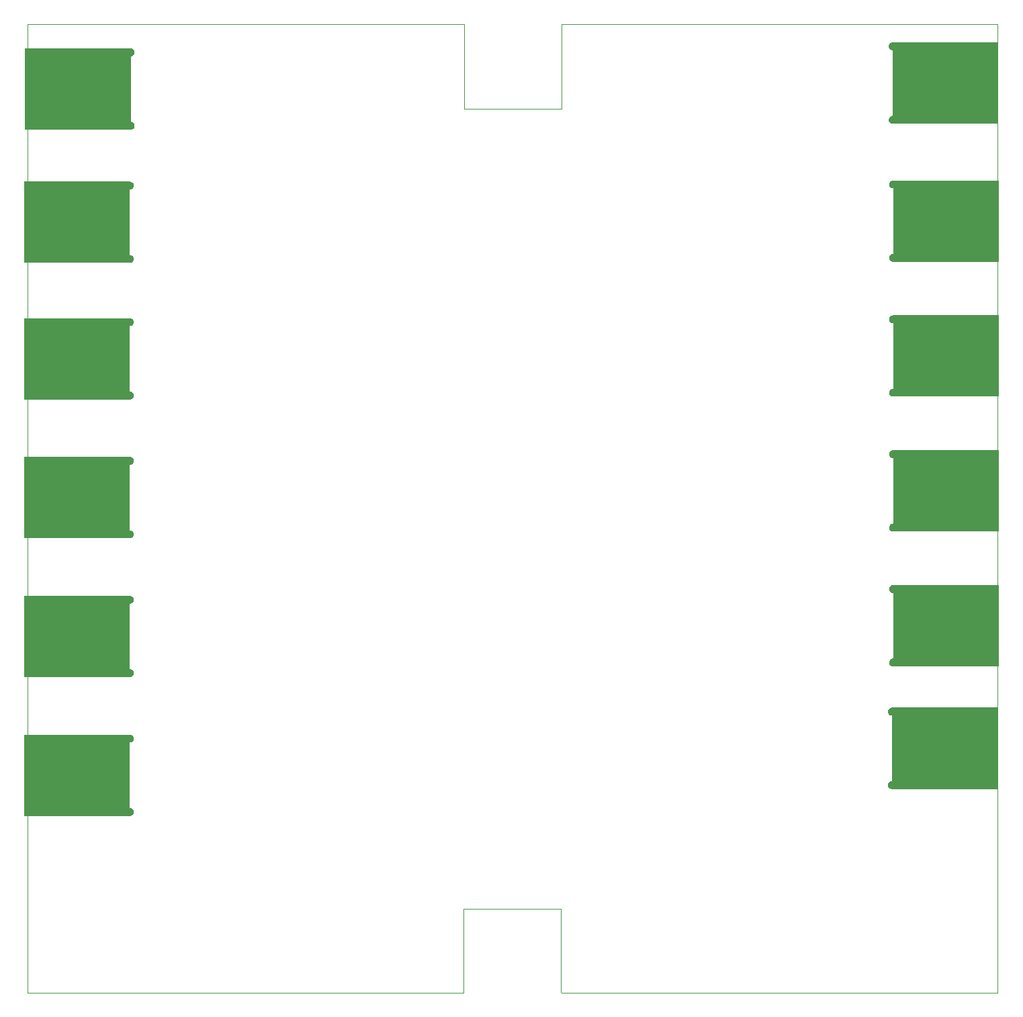
<source format=gbr>
%TF.GenerationSoftware,Altium Limited,Altium Designer,19.1.9 (167)*%
G04 Layer_Color=0*
%FSLAX26Y26*%
%MOIN*%
%TF.FileFunction,Profile,NP*%
%TF.Part,Single*%
G01*
G75*
%TA.AperFunction,Profile*%
%ADD122C,0.001000*%
G36*
X4818110Y4312008D02*
X4294488D01*
X4292689Y4312091D01*
X4290925Y4312335D01*
X4289189Y4312736D01*
X4287476Y4313303D01*
X4285803Y4314024D01*
X4284209Y4314898D01*
X4282725Y4315909D01*
X4281339Y4317047D01*
X4280524Y4317819D01*
X4279762Y4318624D01*
X4278386Y4320354D01*
X4277272Y4322146D01*
X4276378Y4323976D01*
X4275685Y4325858D01*
X4275197Y4327795D01*
X4274898Y4329732D01*
X4274803Y4331693D01*
X4274878Y4333441D01*
X4275106Y4335165D01*
X4275508Y4336905D01*
X4276043Y4338579D01*
X4276748Y4340221D01*
X4277583Y4341779D01*
X4278063Y4342539D01*
X4278587Y4343291D01*
X4279677Y4344673D01*
X4280386Y4345425D01*
X4281134Y4346154D01*
X4281925Y4346846D01*
X4282748Y4347484D01*
X4283599Y4348087D01*
X4284469Y4348638D01*
X4286307Y4349598D01*
X4287284Y4350008D01*
X4288284Y4350378D01*
X4289303Y4350681D01*
X4290327Y4350929D01*
X4291347Y4351134D01*
X4292386Y4351264D01*
X4293437Y4351350D01*
X4294488Y4351378D01*
Y4676181D01*
X4293524Y4676201D01*
X4292559Y4676276D01*
X4290646Y4676555D01*
X4288713Y4677039D01*
X4286921Y4677685D01*
X4285118Y4678551D01*
X4283394Y4679595D01*
X4281827Y4680787D01*
X4280413Y4682091D01*
X4279071Y4683626D01*
X4277921Y4685232D01*
X4276941Y4686945D01*
X4276524Y4687827D01*
X4276158Y4688705D01*
X4275835Y4689583D01*
X4275559Y4690461D01*
X4275134Y4692268D01*
X4274878Y4694114D01*
X4274803Y4695866D01*
X4274878Y4697661D01*
X4275134Y4699480D01*
X4275559Y4701264D01*
X4276114Y4702941D01*
X4276894Y4704697D01*
X4277354Y4705551D01*
X4277862Y4706398D01*
X4278386Y4707181D01*
X4278941Y4707933D01*
X4280166Y4709366D01*
X4280874Y4710091D01*
X4281622Y4710768D01*
X4282382Y4711390D01*
X4283195Y4711990D01*
X4284020Y4712539D01*
X4284870Y4713039D01*
X4285744Y4713496D01*
X4286642Y4713925D01*
X4287575Y4714295D01*
X4288516Y4714622D01*
X4289488Y4714902D01*
X4290469Y4715138D01*
X4291461Y4715315D01*
X4292453Y4715445D01*
X4293473Y4715524D01*
X4294488Y4715551D01*
X4818110D01*
Y4312008D01*
D02*
G37*
G36*
X-10827Y4686024D02*
X512795D01*
X514595Y4685941D01*
X516358Y4685697D01*
X518095Y4685295D01*
X519807Y4684728D01*
X521480Y4684008D01*
X523075Y4683134D01*
X524559Y4682122D01*
X525945Y4680984D01*
X526760Y4680212D01*
X527522Y4679407D01*
X528898Y4677677D01*
X530012Y4675886D01*
X530905Y4674055D01*
X531598Y4672173D01*
X532087Y4670236D01*
X532386Y4668299D01*
X532480Y4666339D01*
X532405Y4664591D01*
X532177Y4662866D01*
X531776Y4661126D01*
X531240Y4659453D01*
X530535Y4657811D01*
X529701Y4656252D01*
X529221Y4655492D01*
X528697Y4654740D01*
X527606Y4653358D01*
X526898Y4652606D01*
X526150Y4651878D01*
X525358Y4651185D01*
X524535Y4650547D01*
X523685Y4649945D01*
X522815Y4649394D01*
X520976Y4648433D01*
X520000Y4648024D01*
X519000Y4647653D01*
X517980Y4647350D01*
X516957Y4647102D01*
X515937Y4646898D01*
X514898Y4646768D01*
X513846Y4646681D01*
X512795Y4646654D01*
Y4321850D01*
X513760Y4321831D01*
X514724Y4321756D01*
X516638Y4321476D01*
X518571Y4320992D01*
X520362Y4320346D01*
X522165Y4319480D01*
X523890Y4318437D01*
X525457Y4317244D01*
X526870Y4315941D01*
X528213Y4314405D01*
X529362Y4312799D01*
X530342Y4311087D01*
X530760Y4310205D01*
X531126Y4309327D01*
X531449Y4308449D01*
X531724Y4307571D01*
X532150Y4305764D01*
X532405Y4303917D01*
X532480Y4302165D01*
X532405Y4300370D01*
X532150Y4298551D01*
X531724Y4296768D01*
X531169Y4295091D01*
X530390Y4293335D01*
X529929Y4292480D01*
X529421Y4291634D01*
X528898Y4290850D01*
X528342Y4290098D01*
X527118Y4288665D01*
X526409Y4287941D01*
X525661Y4287264D01*
X524902Y4286642D01*
X524089Y4286041D01*
X523264Y4285492D01*
X522413Y4284992D01*
X521539Y4284535D01*
X520642Y4284106D01*
X519709Y4283736D01*
X518768Y4283409D01*
X517795Y4283130D01*
X516815Y4282894D01*
X515823Y4282716D01*
X514831Y4282587D01*
X513811Y4282508D01*
X512795Y4282480D01*
X-10827D01*
Y4686024D01*
D02*
G37*
G36*
X-14764Y4024606D02*
X508858D01*
X510658Y4024524D01*
X512421Y4024280D01*
X514158Y4023878D01*
X515870Y4023311D01*
X517543Y4022591D01*
X519138Y4021717D01*
X520622Y4020705D01*
X522008Y4019567D01*
X522823Y4018795D01*
X523585Y4017990D01*
X524961Y4016260D01*
X526075Y4014468D01*
X526969Y4012638D01*
X527662Y4010756D01*
X528150Y4008819D01*
X528449Y4006882D01*
X528543Y4004921D01*
X528469Y4003173D01*
X528240Y4001449D01*
X527839Y3999709D01*
X527303Y3998035D01*
X526599Y3996394D01*
X525764Y3994835D01*
X525284Y3994075D01*
X524760Y3993323D01*
X523669Y3991941D01*
X522961Y3991189D01*
X522213Y3990461D01*
X521421Y3989768D01*
X520599Y3989130D01*
X519748Y3988528D01*
X518878Y3987976D01*
X517039Y3987016D01*
X516063Y3986606D01*
X515063Y3986236D01*
X514043Y3985933D01*
X513020Y3985685D01*
X512000Y3985480D01*
X510961Y3985350D01*
X509910Y3985264D01*
X508858Y3985236D01*
Y3660433D01*
X509823Y3660413D01*
X510788Y3660339D01*
X512701Y3660059D01*
X514634Y3659575D01*
X516425Y3658929D01*
X518229Y3658063D01*
X519953Y3657020D01*
X521520Y3655827D01*
X522933Y3654524D01*
X524276Y3652988D01*
X525425Y3651382D01*
X526406Y3649669D01*
X526823Y3648787D01*
X527189Y3647910D01*
X527512Y3647032D01*
X527788Y3646154D01*
X528213Y3644347D01*
X528469Y3642500D01*
X528543Y3640748D01*
X528469Y3638953D01*
X528213Y3637134D01*
X527788Y3635350D01*
X527232Y3633673D01*
X526453Y3631917D01*
X525992Y3631063D01*
X525484Y3630217D01*
X524961Y3629433D01*
X524406Y3628681D01*
X523181Y3627248D01*
X522473Y3626524D01*
X521725Y3625847D01*
X520965Y3625224D01*
X520152Y3624624D01*
X519327Y3624075D01*
X518476Y3623575D01*
X517602Y3623118D01*
X516705Y3622689D01*
X515772Y3622319D01*
X514831Y3621992D01*
X513858Y3621713D01*
X512878Y3621476D01*
X511886Y3621299D01*
X510894Y3621169D01*
X509874Y3621091D01*
X508858Y3621063D01*
X-14764D01*
Y4024606D01*
D02*
G37*
G36*
Y3347441D02*
X508858D01*
X510658Y3347358D01*
X512421Y3347114D01*
X514158Y3346713D01*
X515870Y3346146D01*
X517543Y3345425D01*
X519138Y3344551D01*
X520622Y3343539D01*
X522008Y3342402D01*
X522823Y3341630D01*
X523585Y3340825D01*
X524961Y3339095D01*
X526075Y3337303D01*
X526969Y3335472D01*
X527662Y3333591D01*
X528150Y3331654D01*
X528449Y3329717D01*
X528543Y3327756D01*
X528469Y3326008D01*
X528240Y3324284D01*
X527839Y3322543D01*
X527303Y3320870D01*
X526599Y3319228D01*
X525764Y3317669D01*
X525284Y3316910D01*
X524760Y3316158D01*
X523669Y3314776D01*
X522961Y3314024D01*
X522213Y3313295D01*
X521421Y3312602D01*
X520599Y3311965D01*
X519748Y3311362D01*
X518878Y3310811D01*
X517039Y3309851D01*
X516063Y3309441D01*
X515063Y3309071D01*
X514043Y3308768D01*
X513020Y3308520D01*
X512000Y3308315D01*
X510961Y3308185D01*
X509910Y3308099D01*
X508858Y3308071D01*
Y2983268D01*
X509823Y2983248D01*
X510788Y2983173D01*
X512701Y2982894D01*
X514634Y2982410D01*
X516425Y2981764D01*
X518229Y2980898D01*
X519953Y2979854D01*
X521520Y2978662D01*
X522933Y2977358D01*
X524276Y2975823D01*
X525425Y2974217D01*
X526406Y2972504D01*
X526823Y2971622D01*
X527189Y2970744D01*
X527512Y2969866D01*
X527788Y2968988D01*
X528213Y2967181D01*
X528469Y2965335D01*
X528543Y2963583D01*
X528469Y2961787D01*
X528213Y2959969D01*
X527788Y2958185D01*
X527232Y2956508D01*
X526453Y2954752D01*
X525992Y2953898D01*
X525484Y2953051D01*
X524961Y2952268D01*
X524406Y2951516D01*
X523181Y2950083D01*
X522473Y2949358D01*
X521725Y2948681D01*
X520965Y2948059D01*
X520152Y2947459D01*
X519327Y2946910D01*
X518476Y2946410D01*
X517602Y2945953D01*
X516705Y2945524D01*
X515772Y2945154D01*
X514831Y2944827D01*
X513858Y2944547D01*
X512878Y2944311D01*
X511886Y2944134D01*
X510894Y2944004D01*
X509874Y2943925D01*
X508858Y2943898D01*
X-14764D01*
Y3347441D01*
D02*
G37*
G36*
Y2658465D02*
X508858D01*
X510658Y2658382D01*
X512421Y2658138D01*
X514158Y2657736D01*
X515870Y2657169D01*
X517543Y2656449D01*
X519138Y2655575D01*
X520622Y2654563D01*
X522008Y2653425D01*
X522823Y2652654D01*
X523585Y2651849D01*
X524961Y2650118D01*
X526075Y2648327D01*
X526969Y2646496D01*
X527662Y2644614D01*
X528150Y2642677D01*
X528449Y2640740D01*
X528543Y2638780D01*
X528469Y2637032D01*
X528240Y2635307D01*
X527839Y2633567D01*
X527303Y2631894D01*
X526599Y2630252D01*
X525764Y2628693D01*
X525284Y2627933D01*
X524760Y2627181D01*
X523669Y2625799D01*
X522961Y2625047D01*
X522213Y2624319D01*
X521421Y2623626D01*
X520599Y2622988D01*
X519748Y2622386D01*
X518878Y2621835D01*
X517039Y2620874D01*
X516063Y2620465D01*
X515063Y2620095D01*
X514043Y2619791D01*
X513020Y2619543D01*
X512000Y2619339D01*
X510961Y2619209D01*
X509910Y2619122D01*
X508858Y2619095D01*
Y2294291D01*
X509823Y2294272D01*
X510788Y2294197D01*
X512701Y2293917D01*
X514634Y2293433D01*
X516425Y2292787D01*
X518229Y2291921D01*
X519953Y2290878D01*
X521520Y2289685D01*
X522933Y2288382D01*
X524276Y2286847D01*
X525425Y2285240D01*
X526406Y2283528D01*
X526823Y2282646D01*
X527189Y2281768D01*
X527512Y2280890D01*
X527788Y2280012D01*
X528213Y2278205D01*
X528469Y2276358D01*
X528543Y2274606D01*
X528469Y2272811D01*
X528213Y2270992D01*
X527788Y2269209D01*
X527232Y2267532D01*
X526453Y2265776D01*
X525992Y2264921D01*
X525484Y2264075D01*
X524961Y2263291D01*
X524406Y2262539D01*
X523181Y2261106D01*
X522473Y2260382D01*
X521725Y2259705D01*
X520965Y2259083D01*
X520152Y2258482D01*
X519327Y2257933D01*
X518476Y2257433D01*
X517602Y2256976D01*
X516705Y2256547D01*
X515772Y2256177D01*
X514831Y2255851D01*
X513858Y2255571D01*
X512878Y2255335D01*
X511886Y2255157D01*
X510894Y2255028D01*
X509874Y2254949D01*
X508858Y2254921D01*
X-14764D01*
Y2658465D01*
D02*
G37*
G36*
Y1969488D02*
X508858D01*
X510658Y1969406D01*
X512421Y1969161D01*
X514158Y1968760D01*
X515870Y1968193D01*
X517543Y1967473D01*
X519138Y1966599D01*
X520622Y1965587D01*
X522008Y1964449D01*
X522823Y1963677D01*
X523585Y1962872D01*
X524961Y1961142D01*
X526075Y1959350D01*
X526969Y1957520D01*
X527662Y1955638D01*
X528150Y1953701D01*
X528449Y1951764D01*
X528543Y1949803D01*
X528469Y1948055D01*
X528240Y1946331D01*
X527839Y1944591D01*
X527303Y1942917D01*
X526599Y1941276D01*
X525764Y1939717D01*
X525284Y1938957D01*
X524760Y1938205D01*
X523669Y1936823D01*
X522961Y1936071D01*
X522213Y1935343D01*
X521421Y1934650D01*
X520599Y1934012D01*
X519748Y1933409D01*
X518878Y1932858D01*
X517039Y1931898D01*
X516063Y1931488D01*
X515063Y1931118D01*
X514043Y1930815D01*
X513020Y1930567D01*
X512000Y1930362D01*
X510961Y1930232D01*
X509910Y1930146D01*
X508858Y1930118D01*
Y1605315D01*
X509823Y1605295D01*
X510788Y1605220D01*
X512701Y1604941D01*
X514634Y1604457D01*
X516425Y1603811D01*
X518229Y1602945D01*
X519953Y1601902D01*
X521520Y1600709D01*
X522933Y1599406D01*
X524276Y1597870D01*
X525425Y1596264D01*
X526406Y1594551D01*
X526823Y1593669D01*
X527189Y1592791D01*
X527512Y1591913D01*
X527788Y1591035D01*
X528213Y1589228D01*
X528469Y1587382D01*
X528543Y1585630D01*
X528469Y1583835D01*
X528213Y1582016D01*
X527788Y1580232D01*
X527232Y1578555D01*
X526453Y1576799D01*
X525992Y1575945D01*
X525484Y1575099D01*
X524961Y1574315D01*
X524406Y1573563D01*
X523181Y1572130D01*
X522473Y1571406D01*
X521725Y1570728D01*
X520965Y1570106D01*
X520152Y1569506D01*
X519327Y1568957D01*
X518476Y1568457D01*
X517602Y1568000D01*
X516705Y1567571D01*
X515772Y1567201D01*
X514831Y1566874D01*
X513858Y1566594D01*
X512878Y1566358D01*
X511886Y1566181D01*
X510894Y1566051D01*
X509874Y1565973D01*
X508858Y1565945D01*
X-14764D01*
Y1969488D01*
D02*
G37*
G36*
Y1280512D02*
X508858D01*
X510658Y1280429D01*
X512421Y1280185D01*
X514158Y1279784D01*
X515870Y1279217D01*
X517543Y1278496D01*
X519138Y1277622D01*
X520622Y1276610D01*
X522008Y1275473D01*
X522823Y1274701D01*
X523585Y1273896D01*
X524961Y1272165D01*
X526075Y1270374D01*
X526969Y1268543D01*
X527662Y1266661D01*
X528150Y1264724D01*
X528449Y1262787D01*
X528543Y1260827D01*
X528469Y1259079D01*
X528240Y1257354D01*
X527839Y1255614D01*
X527303Y1253941D01*
X526599Y1252299D01*
X525764Y1250740D01*
X525284Y1249980D01*
X524760Y1249228D01*
X523669Y1247847D01*
X522961Y1247094D01*
X522213Y1246366D01*
X521421Y1245673D01*
X520599Y1245035D01*
X519748Y1244433D01*
X518878Y1243882D01*
X517039Y1242921D01*
X516063Y1242512D01*
X515063Y1242142D01*
X514043Y1241839D01*
X513020Y1241591D01*
X512000Y1241386D01*
X510961Y1241256D01*
X509910Y1241169D01*
X508858Y1241142D01*
Y916339D01*
X509823Y916319D01*
X510788Y916244D01*
X512701Y915965D01*
X514634Y915480D01*
X516425Y914835D01*
X518229Y913968D01*
X519953Y912925D01*
X521520Y911732D01*
X522933Y910429D01*
X524276Y908894D01*
X525425Y907287D01*
X526406Y905575D01*
X526823Y904693D01*
X527189Y903815D01*
X527512Y902937D01*
X527788Y902059D01*
X528213Y900252D01*
X528469Y898405D01*
X528543Y896654D01*
X528469Y894858D01*
X528213Y893039D01*
X527788Y891256D01*
X527232Y889579D01*
X526453Y887823D01*
X525992Y886968D01*
X525484Y886122D01*
X524961Y885339D01*
X524406Y884587D01*
X523181Y883154D01*
X522473Y882429D01*
X521725Y881752D01*
X520965Y881130D01*
X520152Y880529D01*
X519327Y879980D01*
X518476Y879480D01*
X517602Y879024D01*
X516705Y878595D01*
X515772Y878224D01*
X514831Y877898D01*
X513858Y877618D01*
X512878Y877382D01*
X511886Y877205D01*
X510894Y877075D01*
X509874Y876996D01*
X508858Y876968D01*
X-14764D01*
Y1280512D01*
D02*
G37*
G36*
X4813976Y1010827D02*
X4290354D01*
X4288555Y1010909D01*
X4286791Y1011153D01*
X4285055Y1011555D01*
X4283342Y1012122D01*
X4281669Y1012842D01*
X4280075Y1013716D01*
X4278591Y1014728D01*
X4277205Y1015866D01*
X4276390Y1016638D01*
X4275628Y1017443D01*
X4274252Y1019173D01*
X4273138Y1020964D01*
X4272244Y1022795D01*
X4271551Y1024677D01*
X4271063Y1026614D01*
X4270764Y1028551D01*
X4270669Y1030512D01*
X4270744Y1032260D01*
X4270972Y1033984D01*
X4271374Y1035724D01*
X4271909Y1037397D01*
X4272614Y1039039D01*
X4273449Y1040598D01*
X4273929Y1041358D01*
X4274453Y1042110D01*
X4275543Y1043492D01*
X4276252Y1044244D01*
X4277000Y1044972D01*
X4277791Y1045665D01*
X4278614Y1046303D01*
X4279465Y1046905D01*
X4280335Y1047457D01*
X4282173Y1048417D01*
X4283150Y1048827D01*
X4284150Y1049197D01*
X4285169Y1049500D01*
X4286193Y1049748D01*
X4287213Y1049953D01*
X4288252Y1050082D01*
X4289303Y1050169D01*
X4290354Y1050197D01*
Y1375000D01*
X4289390Y1375020D01*
X4288425Y1375094D01*
X4286512Y1375374D01*
X4284579Y1375858D01*
X4282787Y1376504D01*
X4280984Y1377370D01*
X4279260Y1378413D01*
X4277693Y1379606D01*
X4276279Y1380909D01*
X4274937Y1382445D01*
X4273787Y1384051D01*
X4272807Y1385764D01*
X4272390Y1386646D01*
X4272024Y1387523D01*
X4271701Y1388401D01*
X4271425Y1389279D01*
X4271000Y1391086D01*
X4270744Y1392933D01*
X4270669Y1394685D01*
X4270744Y1396480D01*
X4271000Y1398299D01*
X4271425Y1400082D01*
X4271980Y1401760D01*
X4272760Y1403515D01*
X4273220Y1404370D01*
X4273728Y1405216D01*
X4274252Y1406000D01*
X4274807Y1406752D01*
X4276032Y1408185D01*
X4276740Y1408909D01*
X4277488Y1409586D01*
X4278248Y1410208D01*
X4279061Y1410809D01*
X4279886Y1411358D01*
X4280736Y1411858D01*
X4281610Y1412315D01*
X4282508Y1412744D01*
X4283441Y1413114D01*
X4284382Y1413441D01*
X4285354Y1413720D01*
X4286335Y1413957D01*
X4287327Y1414134D01*
X4288319Y1414264D01*
X4289339Y1414342D01*
X4290354Y1414370D01*
X4813976D01*
Y1010827D01*
D02*
G37*
G36*
X4819882Y1619094D02*
X4296260D01*
X4294461Y1619177D01*
X4292697Y1619421D01*
X4290961Y1619823D01*
X4289248Y1620390D01*
X4287575Y1621110D01*
X4285980Y1621984D01*
X4284496Y1622996D01*
X4283110Y1624134D01*
X4282295Y1624905D01*
X4281533Y1625710D01*
X4280158Y1627441D01*
X4279043Y1629232D01*
X4278150Y1631063D01*
X4277457Y1632945D01*
X4276969Y1634882D01*
X4276669Y1636819D01*
X4276575Y1638779D01*
X4276650Y1640527D01*
X4276878Y1642252D01*
X4277280Y1643992D01*
X4277815Y1645665D01*
X4278520Y1647307D01*
X4279354Y1648866D01*
X4279835Y1649626D01*
X4280358Y1650378D01*
X4281449Y1651760D01*
X4282158Y1652512D01*
X4282906Y1653240D01*
X4283697Y1653933D01*
X4284520Y1654571D01*
X4285370Y1655173D01*
X4286240Y1655724D01*
X4288079Y1656685D01*
X4289055Y1657094D01*
X4290055Y1657465D01*
X4291075Y1657768D01*
X4292099Y1658016D01*
X4293118Y1658220D01*
X4294158Y1658350D01*
X4295209Y1658437D01*
X4296260Y1658464D01*
Y1983268D01*
X4295295Y1983287D01*
X4294331Y1983362D01*
X4292417Y1983642D01*
X4290484Y1984126D01*
X4288693Y1984772D01*
X4286890Y1985638D01*
X4285165Y1986681D01*
X4283599Y1987874D01*
X4282185Y1989177D01*
X4280843Y1990713D01*
X4279693Y1992319D01*
X4278713Y1994031D01*
X4278295Y1994913D01*
X4277929Y1995791D01*
X4277606Y1996669D01*
X4277331Y1997547D01*
X4276906Y1999354D01*
X4276650Y2001201D01*
X4276575Y2002953D01*
X4276650Y2004748D01*
X4276906Y2006567D01*
X4277331Y2008350D01*
X4277886Y2010027D01*
X4278665Y2011783D01*
X4279126Y2012638D01*
X4279634Y2013484D01*
X4280158Y2014268D01*
X4280713Y2015020D01*
X4281937Y2016453D01*
X4282646Y2017177D01*
X4283394Y2017854D01*
X4284154Y2018476D01*
X4284967Y2019077D01*
X4285791Y2019626D01*
X4286642Y2020126D01*
X4287516Y2020583D01*
X4288413Y2021012D01*
X4289346Y2021382D01*
X4290288Y2021708D01*
X4291260Y2021988D01*
X4292240Y2022224D01*
X4293232Y2022401D01*
X4294225Y2022531D01*
X4295244Y2022610D01*
X4296260Y2022638D01*
X4819882D01*
Y1619094D01*
D02*
G37*
G36*
Y2288386D02*
X4296260D01*
X4294461Y2288468D01*
X4292697Y2288712D01*
X4290961Y2289114D01*
X4289248Y2289681D01*
X4287575Y2290401D01*
X4285980Y2291275D01*
X4284496Y2292287D01*
X4283110Y2293425D01*
X4282295Y2294197D01*
X4281533Y2295002D01*
X4280158Y2296732D01*
X4279043Y2298523D01*
X4278150Y2300354D01*
X4277457Y2302236D01*
X4276969Y2304173D01*
X4276669Y2306110D01*
X4276575Y2308071D01*
X4276650Y2309819D01*
X4276878Y2311543D01*
X4277280Y2313283D01*
X4277815Y2314956D01*
X4278520Y2316598D01*
X4279354Y2318157D01*
X4279835Y2318917D01*
X4280358Y2319669D01*
X4281449Y2321051D01*
X4282158Y2321803D01*
X4282906Y2322531D01*
X4283697Y2323224D01*
X4284520Y2323862D01*
X4285370Y2324464D01*
X4286240Y2325016D01*
X4288079Y2325976D01*
X4289055Y2326386D01*
X4290055Y2326756D01*
X4291075Y2327059D01*
X4292099Y2327307D01*
X4293118Y2327512D01*
X4294158Y2327642D01*
X4295209Y2327728D01*
X4296260Y2327756D01*
Y2652559D01*
X4295295Y2652579D01*
X4294331Y2652653D01*
X4292417Y2652933D01*
X4290484Y2653417D01*
X4288693Y2654063D01*
X4286890Y2654929D01*
X4285165Y2655972D01*
X4283599Y2657165D01*
X4282185Y2658468D01*
X4280843Y2660004D01*
X4279693Y2661610D01*
X4278713Y2663323D01*
X4278295Y2664205D01*
X4277929Y2665082D01*
X4277606Y2665961D01*
X4277331Y2666838D01*
X4276906Y2668646D01*
X4276650Y2670492D01*
X4276575Y2672244D01*
X4276650Y2674039D01*
X4276906Y2675858D01*
X4277331Y2677642D01*
X4277886Y2679319D01*
X4278665Y2681075D01*
X4279126Y2681929D01*
X4279634Y2682775D01*
X4280158Y2683559D01*
X4280713Y2684311D01*
X4281937Y2685744D01*
X4282646Y2686468D01*
X4283394Y2687146D01*
X4284154Y2687768D01*
X4284967Y2688368D01*
X4285791Y2688917D01*
X4286642Y2689417D01*
X4287516Y2689874D01*
X4288413Y2690303D01*
X4289346Y2690673D01*
X4290288Y2691000D01*
X4291260Y2691279D01*
X4292240Y2691516D01*
X4293232Y2691693D01*
X4294225Y2691823D01*
X4295244Y2691901D01*
X4296260Y2691929D01*
X4819882D01*
Y2288386D01*
D02*
G37*
G36*
Y2957677D02*
X4296260D01*
X4294461Y2957760D01*
X4292697Y2958004D01*
X4290961Y2958405D01*
X4289248Y2958972D01*
X4287575Y2959693D01*
X4285980Y2960567D01*
X4284496Y2961579D01*
X4283110Y2962716D01*
X4282295Y2963488D01*
X4281533Y2964293D01*
X4280158Y2966023D01*
X4279043Y2967815D01*
X4278150Y2969646D01*
X4277457Y2971527D01*
X4276969Y2973464D01*
X4276669Y2975401D01*
X4276575Y2977362D01*
X4276650Y2979110D01*
X4276878Y2980834D01*
X4277280Y2982575D01*
X4277815Y2984248D01*
X4278520Y2985890D01*
X4279354Y2987449D01*
X4279835Y2988209D01*
X4280358Y2988960D01*
X4281449Y2990342D01*
X4282158Y2991094D01*
X4282906Y2991823D01*
X4283697Y2992516D01*
X4284520Y2993153D01*
X4285370Y2993756D01*
X4286240Y2994307D01*
X4288079Y2995267D01*
X4289055Y2995677D01*
X4290055Y2996047D01*
X4291075Y2996350D01*
X4292099Y2996598D01*
X4293118Y2996803D01*
X4294158Y2996933D01*
X4295209Y2997019D01*
X4296260Y2997047D01*
Y3321850D01*
X4295295Y3321870D01*
X4294331Y3321945D01*
X4292417Y3322224D01*
X4290484Y3322709D01*
X4288693Y3323354D01*
X4286890Y3324220D01*
X4285165Y3325264D01*
X4283599Y3326456D01*
X4282185Y3327760D01*
X4280843Y3329295D01*
X4279693Y3330901D01*
X4278713Y3332614D01*
X4278295Y3333496D01*
X4277929Y3334374D01*
X4277606Y3335252D01*
X4277331Y3336130D01*
X4276906Y3337937D01*
X4276650Y3339783D01*
X4276575Y3341535D01*
X4276650Y3343331D01*
X4276906Y3345149D01*
X4277331Y3346933D01*
X4277886Y3348610D01*
X4278665Y3350366D01*
X4279126Y3351220D01*
X4279634Y3352067D01*
X4280158Y3352850D01*
X4280713Y3353602D01*
X4281937Y3355035D01*
X4282646Y3355760D01*
X4283394Y3356437D01*
X4284154Y3357059D01*
X4284967Y3357659D01*
X4285791Y3358209D01*
X4286642Y3358709D01*
X4287516Y3359165D01*
X4288413Y3359594D01*
X4289346Y3359964D01*
X4290288Y3360291D01*
X4291260Y3360571D01*
X4292240Y3360807D01*
X4293232Y3360984D01*
X4294225Y3361114D01*
X4295244Y3361193D01*
X4296260Y3361220D01*
X4819882D01*
Y2957677D01*
D02*
G37*
G36*
Y3626968D02*
X4296260D01*
X4294461Y3627051D01*
X4292697Y3627295D01*
X4290961Y3627697D01*
X4289248Y3628264D01*
X4287575Y3628984D01*
X4285980Y3629858D01*
X4284496Y3630870D01*
X4283110Y3632008D01*
X4282295Y3632779D01*
X4281533Y3633584D01*
X4280158Y3635315D01*
X4279043Y3637106D01*
X4278150Y3638937D01*
X4277457Y3640819D01*
X4276969Y3642756D01*
X4276669Y3644693D01*
X4276575Y3646653D01*
X4276650Y3648401D01*
X4276878Y3650126D01*
X4277280Y3651866D01*
X4277815Y3653539D01*
X4278520Y3655181D01*
X4279354Y3656740D01*
X4279835Y3657500D01*
X4280358Y3658252D01*
X4281449Y3659634D01*
X4282158Y3660386D01*
X4282906Y3661114D01*
X4283697Y3661807D01*
X4284520Y3662445D01*
X4285370Y3663047D01*
X4286240Y3663598D01*
X4288079Y3664559D01*
X4289055Y3664968D01*
X4290055Y3665338D01*
X4291075Y3665642D01*
X4292099Y3665890D01*
X4293118Y3666094D01*
X4294158Y3666224D01*
X4295209Y3666311D01*
X4296260Y3666338D01*
Y3991142D01*
X4295295Y3991161D01*
X4294331Y3991236D01*
X4292417Y3991516D01*
X4290484Y3992000D01*
X4288693Y3992646D01*
X4286890Y3993512D01*
X4285165Y3994555D01*
X4283599Y3995748D01*
X4282185Y3997051D01*
X4280843Y3998586D01*
X4279693Y4000193D01*
X4278713Y4001905D01*
X4278295Y4002787D01*
X4277929Y4003665D01*
X4277606Y4004543D01*
X4277331Y4005421D01*
X4276906Y4007228D01*
X4276650Y4009075D01*
X4276575Y4010827D01*
X4276650Y4012622D01*
X4276906Y4014441D01*
X4277331Y4016224D01*
X4277886Y4017901D01*
X4278665Y4019657D01*
X4279126Y4020512D01*
X4279634Y4021358D01*
X4280158Y4022142D01*
X4280713Y4022894D01*
X4281937Y4024327D01*
X4282646Y4025051D01*
X4283394Y4025728D01*
X4284154Y4026350D01*
X4284967Y4026951D01*
X4285791Y4027500D01*
X4286642Y4028000D01*
X4287516Y4028457D01*
X4288413Y4028886D01*
X4289346Y4029256D01*
X4290288Y4029582D01*
X4291260Y4029862D01*
X4292240Y4030098D01*
X4293232Y4030276D01*
X4294225Y4030405D01*
X4295244Y4030484D01*
X4296260Y4030512D01*
X4819882D01*
Y3626968D01*
D02*
G37*
D122*
X0Y0D02*
Y4804724D01*
X2166929D01*
Y4385827D01*
X2650394D01*
Y4804724D01*
X4814961D01*
Y0D01*
X2649606D01*
X2647638Y1968D01*
Y415354D01*
X2163386D01*
Y0D01*
X0D01*
%TF.MD5,9d980b35bdf8630bc44d4f692352fd19*%
M02*

</source>
